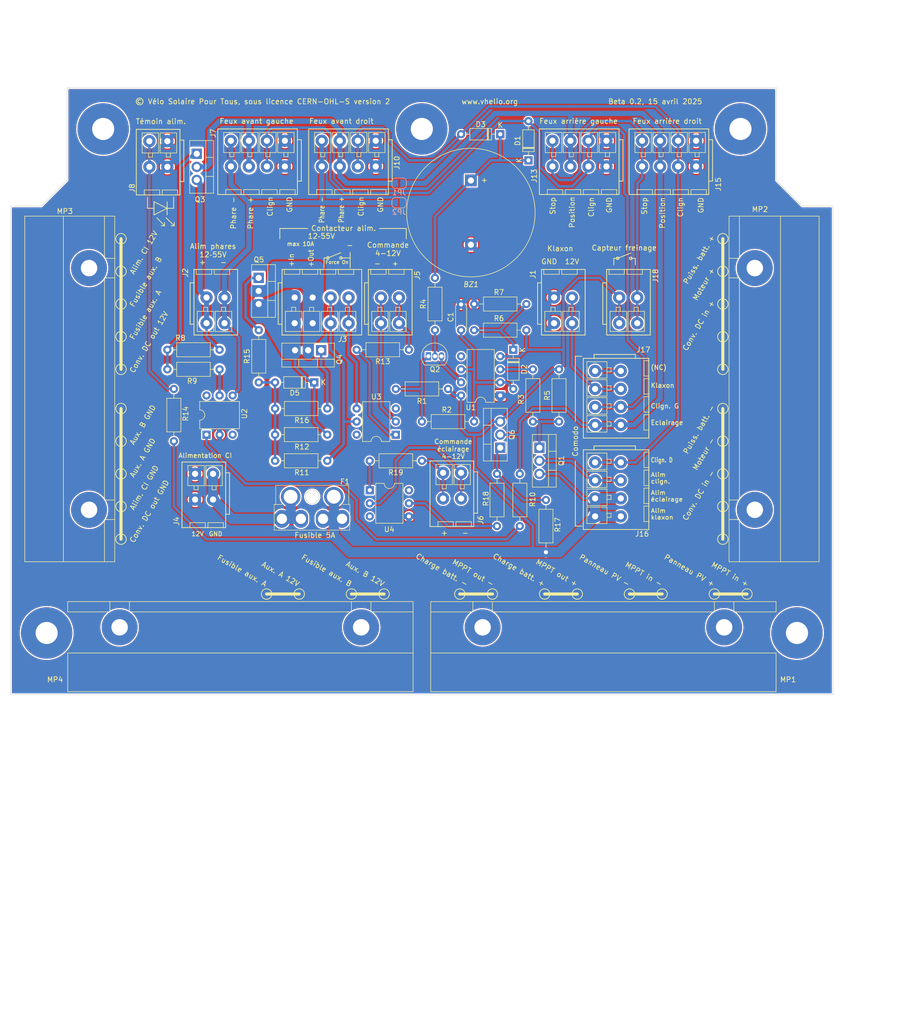
<source format=kicad_pcb>
(kicad_pcb (version 20211014) (generator pcbnew)

  (general
    (thickness 1.6)
  )

  (paper "A4")
  (layers
    (0 "F.Cu" signal)
    (31 "B.Cu" signal)
    (32 "B.Adhes" user "B.Adhesive")
    (33 "F.Adhes" user "F.Adhesive")
    (34 "B.Paste" user)
    (35 "F.Paste" user)
    (36 "B.SilkS" user "B.Silkscreen")
    (37 "F.SilkS" user "F.Silkscreen")
    (38 "B.Mask" user)
    (39 "F.Mask" user)
    (40 "Dwgs.User" user "User.Drawings")
    (41 "Cmts.User" user "User.Comments")
    (42 "Eco1.User" user "User.Eco1")
    (43 "Eco2.User" user "User.Eco2")
    (44 "Edge.Cuts" user)
    (45 "Margin" user)
    (46 "B.CrtYd" user "B.Courtyard")
    (47 "F.CrtYd" user "F.Courtyard")
    (48 "B.Fab" user)
    (49 "F.Fab" user)
    (50 "User.1" user)
    (51 "User.2" user)
    (52 "User.3" user)
    (53 "User.4" user)
    (54 "User.5" user)
    (55 "User.6" user)
    (56 "User.7" user)
    (57 "User.8" user)
    (58 "User.9" user)
  )

  (setup
    (stackup
      (layer "F.SilkS" (type "Top Silk Screen"))
      (layer "F.Paste" (type "Top Solder Paste"))
      (layer "F.Mask" (type "Top Solder Mask") (thickness 0.01))
      (layer "F.Cu" (type "copper") (thickness 0.035))
      (layer "dielectric 1" (type "core") (thickness 1.51) (material "FR4") (epsilon_r 4.5) (loss_tangent 0.02))
      (layer "B.Cu" (type "copper") (thickness 0.035))
      (layer "B.Mask" (type "Bottom Solder Mask") (thickness 0.01))
      (layer "B.Paste" (type "Bottom Solder Paste"))
      (layer "B.SilkS" (type "Bottom Silk Screen"))
      (copper_finish "None")
      (dielectric_constraints no)
    )
    (pad_to_mask_clearance 0)
    (pcbplotparams
      (layerselection 0x00010e0_ffffffff)
      (disableapertmacros false)
      (usegerberextensions false)
      (usegerberattributes true)
      (usegerberadvancedattributes true)
      (creategerberjobfile true)
      (svguseinch false)
      (svgprecision 6)
      (excludeedgelayer true)
      (plotframeref false)
      (viasonmask false)
      (mode 1)
      (useauxorigin false)
      (hpglpennumber 1)
      (hpglpenspeed 20)
      (hpglpendiameter 15.000000)
      (dxfpolygonmode true)
      (dxfimperialunits true)
      (dxfusepcbnewfont true)
      (psnegative false)
      (psa4output false)
      (plotreference true)
      (plotvalue true)
      (plotinvisibletext false)
      (sketchpadsonfab false)
      (subtractmaskfromsilk false)
      (outputformat 1)
      (mirror false)
      (drillshape 0)
      (scaleselection 1)
      (outputdirectory "")
    )
  )

  (net 0 "")
  (net 1 "GND")
  (net 2 "Net-(F1-Pad2)")
  (net 3 "Net-(D1-Pad2)")
  (net 4 "Net-(D3-Pad2)")
  (net 5 "/Phares")
  (net 6 "Net-(J13-Pad4)")
  (net 7 "Net-(J1-Pad2)")
  (net 8 "/Flasher/Out")
  (net 9 "unconnected-(J17-Pad1)")
  (net 10 "/12V_5A")
  (net 11 "/Flasher/Enable")
  (net 12 "/Contacteur Phares/Input")
  (net 13 "/Contacteur Phares/GND")
  (net 14 "/Contacteur Phares/Output")
  (net 15 "Net-(D4-Pad2)")
  (net 16 "/Conv12V_In.Vbatt")
  (net 17 "/Contacteur alim./Input")
  (net 18 "/Contacteur alim./SW_On")
  (net 19 "/Contacteur alim./GND")
  (net 20 "/Contacteur alim./Cmd_GND")
  (net 21 "/Contacteur alim./Cmd_On")
  (net 22 "/Contacteur Eclairage/Cmd_On")
  (net 23 "/Contacteur Eclairage/Cmd_GND")
  (net 24 "Net-(Q4-Pad1)")
  (net 25 "Net-(Q5-Pad1)")
  (net 26 "Net-(C1-Pad1)")
  (net 27 "Net-(D2-Pad1)")
  (net 28 "Net-(D5-Pad2)")
  (net 29 "Net-(Q1-Pad1)")
  (net 30 "Net-(Q2-Pad1)")
  (net 31 "Net-(Q2-Pad2)")
  (net 32 "Net-(Q2-Pad3)")
  (net 33 "Net-(Q3-Pad1)")
  (net 34 "Net-(Q6-Pad1)")
  (net 35 "Net-(R3-Pad1)")
  (net 36 "Net-(R9-Pad2)")
  (net 37 "Net-(R10-Pad1)")
  (net 38 "Net-(R13-Pad1)")
  (net 39 "Net-(R18-Pad2)")
  (net 40 "Net-(R19-Pad1)")
  (net 41 "unconnected-(U1-Pad5)")
  (net 42 "unconnected-(U2-Pad3)")
  (net 43 "unconnected-(U2-Pad6)")
  (net 44 "unconnected-(U3-Pad3)")
  (net 45 "unconnected-(U3-Pad6)")
  (net 46 "unconnected-(U4-Pad3)")
  (net 47 "unconnected-(U4-Pad6)")

  (footprint "circuit:Wago_221-500_SplicingConnectorHolder" (layer "F.Cu") (at 95.25 82.55 90))

  (footprint "circuit:MountingHole_5mm" (layer "F.Cu") (at 87 130))

  (footprint "Resistor_THT:R_Axial_DIN0207_L6.3mm_D2.5mm_P10.16mm_Horizontal" (layer "F.Cu") (at 147.32 74.93))

  (footprint "circuit:Buzzer_25x16_12.5" (layer "F.Cu") (at 169.545 42.01 -90))

  (footprint "Resistor_THT:R_Axial_DIN0207_L6.3mm_D2.5mm_P10.16mm_Horizontal" (layer "F.Cu") (at 174.625 99.06 -90))

  (footprint "Resistor_THT:R_Axial_DIN0207_L6.3mm_D2.5mm_P10.16mm_Horizontal" (layer "F.Cu") (at 180.34 71.12 180))

  (footprint "circuit:TO-220-3_Vertical" (layer "F.Cu") (at 140.415001 75.02 180))

  (footprint "circuit:Generic_FuseHolder_MINI" (layer "F.Cu") (at 144.475 107.805 180))

  (footprint "Resistor_THT:R_Axial_DIN0207_L6.3mm_D2.5mm_P10.16mm_Horizontal" (layer "F.Cu") (at 165.1 82.55 180))

  (footprint "Package_DIP:DIP-8_W7.62mm" (layer "F.Cu") (at 175.26 83.82 180))

  (footprint "circuit:TerminalBlock_Wago_2601-3102_1x02_P3.50mm_Vertical" (layer "F.Cu") (at 119.38 104.06 180))

  (footprint "Resistor_THT:R_Axial_DIN0207_L6.3mm_D2.5mm_P10.16mm_Horizontal" (layer "F.Cu") (at 160.02 88.9))

  (footprint "Resistor_THT:R_Axial_DIN0207_L6.3mm_D2.5mm_P10.16mm_Horizontal" (layer "F.Cu") (at 179.07 109.22 90))

  (footprint "circuit:MountingHole_5mm" (layer "F.Cu") (at 98 32))

  (footprint "circuit:TerminalBlock_Wago_2601-3104_1x04_P3.50mm_Vertical" (layer "F.Cu") (at 195.920004 39.29 180))

  (footprint "circuit:TO-220-3_Vertical" (layer "F.Cu") (at 182.88 93.98 -90))

  (footprint "Resistor_THT:R_Axial_DIN0207_L6.3mm_D2.5mm_P10.16mm_Horizontal" (layer "F.Cu") (at 110.49 78.74))

  (footprint "Diode_THT:D_DO-35_SOD27_P7.62mm_Horizontal" (layer "F.Cu") (at 139.065 81.28 180))

  (footprint "circuit:TerminalBlock_Wago_2601-3104_1x04_P3.50mm_Vertical" (layer "F.Cu") (at 213.370004 39.29 180))

  (footprint "circuit:TO-92L_Inline" (layer "F.Cu") (at 161.29 76.2))

  (footprint "circuit:MountingHole_5mm" (layer "F.Cu") (at 222 32))

  (footprint "Resistor_THT:R_Axial_DIN0207_L6.3mm_D2.5mm_P10.16mm_Horizontal" (layer "F.Cu") (at 131.445 86.36))

  (footprint "circuit:TerminalBlock_Wago_2601-3104_1x04_P3.50mm_Vertical" (layer "F.Cu") (at 133.35 39.29 180))

  (footprint "Diode_THT:D_DO-35_SOD27_P7.62mm_Horizontal" (layer "F.Cu") (at 175.26 33.02 180))

  (footprint "Resistor_THT:R_Axial_DIN0207_L6.3mm_D2.5mm_P10.16mm_Horizontal" (layer "F.Cu") (at 111.76 82.55 -90))

  (footprint "Diode_THT:D_DO-35_SOD27_P7.62mm_Horizontal" (layer "F.Cu") (at 177.8 74.93 -90))

  (footprint "Resistor_THT:R_Axial_DIN0207_L6.3mm_D2.5mm_P10.16mm_Horizontal" (layer "F.Cu") (at 181.61 78.74 -90))

  (footprint "Capacitor_THT:C_Disc_D4.3mm_W1.9mm_P5.00mm" (layer "F.Cu") (at 167.64 71.12 90))

  (footprint "Resistor_THT:R_Axial_DIN0207_L6.3mm_D2.5mm_P10.16mm_Horizontal" (layer "F.Cu") (at 162.56 71.12 90))

  (footprint "circuit:TerminalBlock_Wago_2601-3102_1x02_P3.50mm_Vertical" (layer "F.Cu") (at 152.055 64.77))

  (footprint "Diode_THT:D_DO-35_SOD27_P7.62mm_Horizontal" (layer "F.Cu") (at 180.75 38.1 90))

  (footprint "circuit:TerminalBlock_Wago_2601-3104_1x04_P3.50mm_Vertical" (layer "F.Cu") (at 198.7161 96.829996 -90))

  (footprint "circuit:TO-220-3_Vertical" (layer "F.Cu") (at 116.205 36.83 -90))

  (footprint "circuit:TerminalBlock_Wago_2601-3104_1x04_P3.50mm_Vertical" (layer "F.Cu") (at 135.255 64.77))

  (footprint "circuit:Wago_221-500_SplicingConnectorHolder" (layer "F.Cu") (at 224.79 82.55 -90))

  (footprint "Package_DIP:DIP-6_W7.62mm" (layer "F.Cu") (at 154.94 91.44 180))

  (footprint "circuit:MountingHole_5mm" (layer "F.Cu") (at 160 32))

  (footprint "circuit:TerminalBlock_Wago_2601-3102_1x02_P3.50mm_Vertical" (layer "F.Cu")
    (tedit 67E5B582) (tstamp ad280681-52bf-4c8b-ac2c-9709ca177a8f)
    (at 110.49 39.37 180)
    (tags "Wago 2601-3102")
    (property "Sheetfile" "circuit.kicad_sch")
    (property "Sheetname" "")
    (path "/6e9cd9b5-2cb7-48b8-855f-32619e72c0d6")
    (attr through_hole)
    (fp_text reference "J8" (at 6.858 -5.08 90 unlocked) (layer "F.SilkS")
      (effects (font (size 1 1) (thickness 0.15)) (justify left))
      (tstamp 01e6719e-9dcc-49b4-83bd-29865c70ede1)
    )
    (fp_text value "Conn_Indicateur_Alim" (at 6.35 12.7 180 unlocked) (layer "F.Fab")
      (effects (font (size 1 1) (thickness 0.15)))
      (tstamp 226ba779-52a5-430e-8724-687eedb9994a)
    )
    (fp_text user "${REFERENCE}" (at -2.54 8.89 180 unlocked) (layer "F.Fab")
      (effects (font (size 1 1) (thickness 0.15)) (justify left))
      (tstamp 66b292fe-b076-4a06-a7c0-1ada692a3a1c)
    )
    (fp_line (start 0.200004 2.7) (end 0.200004 1.9) (layer "F.SilkS") (width 0.12) (tstamp 055344df-a143-4136-b771-d336538fb7af))
    (fp_line (start 6.050002 -5.449999) (end 6.050002 7.300001) (layer "F.SilkS") (width 0.1524) (tstamp 0bf7f6d2-f9ad-418f-a859-2bdac7c5ae6a))
    (fp_line (start 1.000004 -4.5) (end -1.999996 -4.5) (layer "F.SilkS") (width 0.12) (tstamp 172a5f2e-4b05-4695-a29c-fa4177c4b3cb))
    (fp_line (start -1.799996 2.7) (end 1.400004 2.7) (layer "F.SilkS") (width 0.12) (tstamp 2bda51c6-7fa4-46ce-ae16-9432d8e95181))
    (fp_line (start -2.449999 -5.449999) (end 6.050002 -5.449999) (layer "F.SilkS") (width 0.1524) (tstamp 2fe5d3e2-bddb-4587-bded-427cfce568b9))
    (fp_line (start -2.449998 -2.849999) (end -3.199999 -2.849999) (layer "F.SilkS") (width 0.1524) (tstamp 37130413-1809-47b9-8303-cea1ae047af6))
    (fp_line (start 1.400004 6.6) (end -1.799996 6.6) (layer "F.SilkS") (width 0.12) (tstamp 3e95dbad-cf0c-49ac-9feb-4e066d548718))
    (fp_line (start 1.500004 -4.5) (end 1.500004 -5.5) (layer "F.SilkS") (width 0.12) (tstamp 447f988c-93f8-4098-90d3-450e5b33e37e))
    (fp_line (start -2.449998 5.2) (end -3.199999 5.2) (layer "F.SilkS") (width 0.1524) (tstamp 480dd182-3993-417f-8df5-e200a1f80d68))
    (fp_line (start 1.700004 2.7) (end 4.900004 2.7) (layer "F.SilkS") (width 0.12) (tstamp 51a339e0-742b-4f55-ac2a-68cbce2af206))
    (fp_line (start 4.500004 -4.5) (end 1.500004 -4.5) (layer "F.SilkS") (width 0.12) (tstamp 5cc9ce62-9d95-47ab-92a1-556a194f8c63))
    (fp_line (start 4.900004 6.6) (end 1.700004 6.6) (layer "F.SilkS") (width 0.12) (tstamp 6b8e3659-a647-4450-8987-9cf793c52fd5))
    (fp_line (start -2.449999 7.300001) (end -2.449999 -5.449999) (layer "F.SilkS") (width 0.1524) (tstamp 6f53efb7-db48-45d9-80c1-507b9960ad08))
    (fp_line (start 3.700004 1.9) (end 2.900004 1.9) (layer "F.SilkS") (width 0.12) (tstamp 84bb1473-531d-4720-ba3b-1fc557b46054))
    (fp_line (start 4.900004 2.7) (end 4.900004 6.6) (layer "F.SilkS") (width 0.12) (tstamp 874081a4-b3f7-4615-9506-53da689e2116))
    (fp_line (start -1.999996 -4.5) (end -1.999996 -5.5) (layer "F.SilkS") (width 0.12) (tstamp 890b243b-b04d-4f29-ab51-41f7ecadcda7))
    (fp_line (start 1.400004 2.7) (end 1.400004 6.6) (layer "F.SilkS") (width 0.12) (tstamp 9a0efaaf-2136-4026-b3c2-edfb6e83a75f))
    (fp_line (start 1.000004 -5.5) (end 1.000004 -4.5) (layer "F.SilkS") (width 0.12) (tstamp aa41a8c3-0e56-44b4-a82b-0213f5a70b0a))
    (fp_line (start 3.700004 2.7) (end 3.700004 1.9) (layer "F.SilkS") (width 0.12) (tstamp c0508555-6424-4fad-9226-ea42a1633de9))
    (fp_line (start 2.900004 1.9) (end 2.900004 2.7) (layer "F.SilkS") (width 0.12) (tstamp c37f20c4-30c5-4386-b6e8-dfff5caa39b4))
    (fp_line (start 4.500004 -5.5) (end 4.500004 -4.5) (layer "F.SilkS") (width 0.12) (tstamp c3a8f970-2a4a-4a9c-b215-e4de5eebaf7d))
    (fp_line (start -1.799996 6.6) (end -1.799996 2.7) (layer "F.SilkS") (width 0.12) (tstamp cf2c6647-6755-4742-aaa1-c5903da09b5e))
    (fp_line (start -2.449999 7.300001) (end 6.050002 7.300001) (layer "F.SilkS") (width 0.1524) (tstamp d52c2de8-ba2b-4089-b214-05a4b7a1c4e9))
    (fp_line (start -3.199999 5.2) (end -3.199999 -2.849999) (layer "F.SilkS") (width 0.1524) (tstamp e7635299-8a9a-43d3-8b3b-95319ccda23b))
    (fp_line (start 0.200004 1.9) (end -0.599996 1.9) (layer "F.SilkS") (width 0.12) (tstamp eaa75a45-f2f9-4305-98ea-dd8a5d8f3404))
    (fp_line (start -0.599996 1.9) (end -0.599996 2.7) (layer "F.SilkS") (width 0.12) (tstamp f1ea6538-b56f-40f6-b846-910db16dc20a))
    (fp_line (start 1.700004 6.6) (end 1.700004 2.7) (layer "F.SilkS") (width 0.12) (tstamp fbb1d5ec-8996-4f56-8e52-da703f4d2e64))
    (fp_line (start -3.453998 7.554001) (end 6.304002 7.554001) (layer "F.CrtYd") (width 0.1524) (tstamp 036dd9cc-d33e-4cbc-95b3-3504fede4aec))
    (fp_line (start 6.304002 7.554001) (end 6.304002 -5.703999) (layer "F.CrtYd") (width 0.1524) (tstamp 2be1ad9c-f5ad-4393-8d1b-255265215f24))
    (fp_line (start 6.304002 -5.703999) (end -3.453998 -5.703999) (layer "F.CrtYd") (width 0.1524) (tstamp 46255798-4fe0-48db-95bb-e8657595928f))
    (fp_line (start -3.453998 -5.703999) (end -3.453998 7.554001) (layer "F.CrtYd") (width 0.1524) (tstamp fad1fd43-7d33-4667-863c-8ca08b2707f7))
    (fp_line (start 1.000004 -13.5) (end -1.999996 -13.5) (layer "F.Fab") (width 0.1) (tstamp 084b8c5d-9271-4ac8-85c9-4061ca2c5241))
    (fp_line (start -1.999996 -13.5) (end -1.999996 -5.5) (layer "F.Fab") (width 0.1) (tstamp 1e9e3dc3-60cb-4dbd-9950-5015d3a5554c))
    (fp_line (start -2.449999 -5.449999) (end 6.05 -5.45) (layer "F.Fab") (width 0.0254) (tstamp 20e0f39f-a516-4513-b954-687df20c7938))
    (fp_line (start 1.500004 -5.5) (end 4.500004 -5.5) (layer "F.Fab") (width 0.1) (tstamp 281e3047-1dee-4c1f-abcc-3ec78c07b9d2))
    (fp_line (start -2.449998 -2.849999) (end -3.199999 -2.849999) (layer "F.Fab") (width 0.0254) (tstamp 2838e18b-615f-4dc1-a560-afebf8a14ac0))
    (fp_line (start 1.500004 -13.5) (end 1.500004 -5.5) (layer "F.Fab") (width 0.1) (tstamp 375a73bc-0e9f-4b07-be05-baa0ea4834df))
    (fp_line (start -2.449999 7.300001) (end 6.05 7.3) (layer "F.Fab") (width 0.0254) (tstamp 47e7736f-c1e0-4e8f-9d69-5a42b72ff067))
    (fp_line (start 4.500004 -13.5) (end 1.500004 -13.5) (layer "F.Fab") (width 0.1) (tstamp 862dc70f-7dc2-4117-aa37-5ef6063c3df4))
    (fp_line (start -1.999996 -5.5) (end 1.000004 -5.5) (layer "F.Fab") (width 0.1) (tstamp a264b89d-0a12-4e75-9c30-5e3d238c19e2))
    (fp_line (start 4.500004 -5.5) (end 4.500004 -13.5) (layer "F.Fab") (width 0.1) (tstamp a57a00d3-d2f9-406e-8339-5cc2aa251b6a))
    (fp_line (start -3.199999 5.2) (end -3.199999 -2.849999) (layer "F.Fab") (width 0.0254) (tstamp c25e5526-d36c-4326-a80b-e065b988306c))
    (fp_line (start 6.05 -5.45) (end 6.05 7.3) (layer "F.Fab") (width 0.0254) (tstamp d70b3483-f6ee-4d0e-af72-efbabafa5502))
    (fp_line (start 1.000004 -5.5) (end 1.000004 -13.5) (layer "F.Fab") (width 0.1) (tstamp db13f834-9398-4491-8f81-d656a6ff9ec3))
    (fp_line (start -2.449998 5.2) (end -3.199999 5.2) (layer "F.Fab") (width 0.0254) (tstamp dca10a6c-b513-45f6-bfa6-c3d42471561a))
    (fp_line (start -2.449999 7.300001) (end -2.449999 -5.449999) (layer "F.Fab") (width 0.0254) (tstamp eb190e03-2594-4691-9d6e-1bfdf1facede))
    (pad "1" thru_hole circle (at 0 5 180) (size 2.4 2.4) (drill 1.2) (layers *.Cu *.Mask)
      (net 1 "GND") (pinfunction "-") (pintype "power_in") (tstamp 10bcd881-4b05-4ea6-bdb8-d4bc42a44033))
    (pad "1" thru_hole circle (at 0 0 180) (size 2.4 2.4) (drill 1.2) (layers *.Cu *.Mask)
      (net 1 "GND") (pinfunction "-") (pintype "power_in") (tstamp 52477310-b288-4772-903b-6aa290fc40f8))
    (pad "2" thru_hole circle (at 3.500003 0 180) (size 2.4 2.4) (drill 1.2) (layers *.Cu *.Mask)
      (net 15 "Net-(D4-Pad2)") (pinfunction "+") (pintype "passive") (tstamp 51b7dce
... [1637898 chars truncated]
</source>
